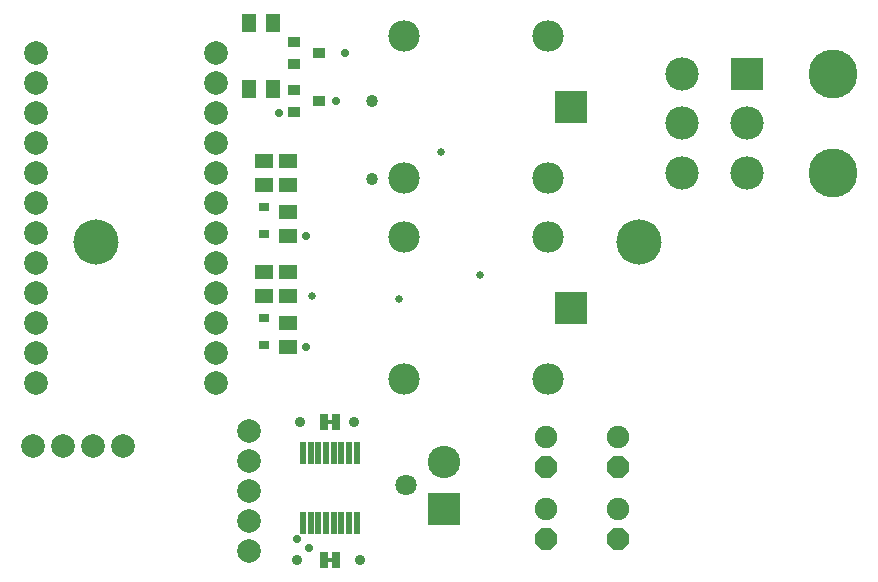
<source format=gbr>
G04 EAGLE Gerber RS-274X export*
G75*
%MOMM*%
%FSLAX34Y34*%
%LPD*%
%INSoldermask Top*%
%IPPOS*%
%AMOC8*
5,1,8,0,0,1.08239X$1,22.5*%
G01*
%ADD10C,3.827000*%
%ADD11P,2.061953X8X292.500000*%
%ADD12C,1.905000*%
%ADD13R,0.957000X0.757000*%
%ADD14R,2.832100X2.832100*%
%ADD15C,2.832100*%
%ADD16C,4.140200*%
%ADD17C,1.807000*%
%ADD18R,2.752000X2.752000*%
%ADD19C,2.752000*%
%ADD20C,2.006600*%
%ADD21R,1.527000X1.227000*%
%ADD22R,2.667000X2.667000*%
%ADD23C,2.667000*%
%ADD24R,0.482600X1.905000*%
%ADD25R,1.027000X0.927000*%
%ADD26R,1.227000X1.527000*%
%ADD27R,0.787400X1.397000*%
%ADD28C,0.889000*%
%ADD29C,0.681000*%
%ADD30C,0.731000*%
%ADD31C,1.027000*%

G36*
X395670Y140347D02*
X395670Y140347D01*
X395736Y140349D01*
X395779Y140367D01*
X395826Y140375D01*
X395883Y140409D01*
X395943Y140434D01*
X395978Y140465D01*
X396019Y140490D01*
X396061Y140541D01*
X396109Y140585D01*
X396131Y140627D01*
X396160Y140664D01*
X396181Y140726D01*
X396212Y140785D01*
X396220Y140839D01*
X396232Y140876D01*
X396231Y140916D01*
X396239Y140970D01*
X396239Y143510D01*
X396228Y143575D01*
X396226Y143641D01*
X396208Y143684D01*
X396200Y143731D01*
X396166Y143788D01*
X396141Y143848D01*
X396110Y143883D01*
X396085Y143924D01*
X396034Y143966D01*
X395990Y144014D01*
X395948Y144036D01*
X395911Y144065D01*
X395849Y144086D01*
X395790Y144117D01*
X395736Y144125D01*
X395699Y144137D01*
X395659Y144136D01*
X395605Y144144D01*
X391795Y144144D01*
X391730Y144133D01*
X391664Y144131D01*
X391621Y144113D01*
X391574Y144105D01*
X391517Y144071D01*
X391457Y144046D01*
X391422Y144015D01*
X391381Y143990D01*
X391340Y143939D01*
X391291Y143895D01*
X391269Y143853D01*
X391240Y143816D01*
X391219Y143754D01*
X391188Y143695D01*
X391180Y143641D01*
X391168Y143604D01*
X391168Y143601D01*
X391169Y143564D01*
X391161Y143510D01*
X391161Y140970D01*
X391172Y140905D01*
X391174Y140839D01*
X391192Y140796D01*
X391200Y140749D01*
X391234Y140692D01*
X391259Y140632D01*
X391290Y140597D01*
X391315Y140556D01*
X391366Y140515D01*
X391410Y140466D01*
X391452Y140444D01*
X391489Y140415D01*
X391551Y140394D01*
X391610Y140363D01*
X391664Y140355D01*
X391701Y140343D01*
X391741Y140344D01*
X391795Y140336D01*
X395605Y140336D01*
X395670Y140347D01*
G37*
G36*
X395670Y23507D02*
X395670Y23507D01*
X395736Y23509D01*
X395779Y23527D01*
X395826Y23535D01*
X395883Y23569D01*
X395943Y23594D01*
X395978Y23625D01*
X396019Y23650D01*
X396061Y23701D01*
X396109Y23745D01*
X396131Y23787D01*
X396160Y23824D01*
X396181Y23886D01*
X396212Y23945D01*
X396220Y23999D01*
X396232Y24036D01*
X396231Y24076D01*
X396239Y24130D01*
X396239Y26670D01*
X396228Y26735D01*
X396226Y26801D01*
X396208Y26844D01*
X396200Y26891D01*
X396166Y26948D01*
X396141Y27008D01*
X396110Y27043D01*
X396085Y27084D01*
X396034Y27126D01*
X395990Y27174D01*
X395948Y27196D01*
X395911Y27225D01*
X395849Y27246D01*
X395790Y27277D01*
X395736Y27285D01*
X395699Y27297D01*
X395659Y27296D01*
X395605Y27304D01*
X391795Y27304D01*
X391730Y27293D01*
X391664Y27291D01*
X391621Y27273D01*
X391574Y27265D01*
X391517Y27231D01*
X391457Y27206D01*
X391422Y27175D01*
X391381Y27150D01*
X391340Y27099D01*
X391291Y27055D01*
X391269Y27013D01*
X391240Y26976D01*
X391219Y26914D01*
X391188Y26855D01*
X391180Y26801D01*
X391168Y26764D01*
X391168Y26761D01*
X391169Y26724D01*
X391161Y26670D01*
X391161Y24130D01*
X391172Y24065D01*
X391174Y23999D01*
X391192Y23956D01*
X391200Y23909D01*
X391234Y23852D01*
X391259Y23792D01*
X391290Y23757D01*
X391315Y23716D01*
X391366Y23675D01*
X391410Y23626D01*
X391452Y23604D01*
X391489Y23575D01*
X391551Y23554D01*
X391610Y23523D01*
X391664Y23515D01*
X391701Y23503D01*
X391741Y23504D01*
X391795Y23496D01*
X395605Y23496D01*
X395670Y23507D01*
G37*
D10*
X195580Y294640D03*
X655320Y294640D03*
D11*
X576580Y43180D03*
D12*
X576580Y68580D03*
D11*
X637540Y43180D03*
D12*
X637540Y68580D03*
D11*
X576580Y104140D03*
D12*
X576580Y129540D03*
D11*
X637540Y104140D03*
D12*
X637540Y129540D03*
D13*
X337820Y323920D03*
X337820Y300920D03*
X337820Y229940D03*
X337820Y206940D03*
D14*
X746760Y436880D03*
D15*
X746760Y394970D03*
X746760Y352806D03*
X691642Y436880D03*
X691642Y394970D03*
X691642Y352806D03*
D16*
X819658Y436880D03*
X819658Y352806D03*
D17*
X458420Y88380D03*
X458420Y88380D03*
D18*
X490220Y68580D03*
D19*
X490220Y108180D03*
D20*
X325120Y134620D03*
X325120Y109220D03*
X325120Y83820D03*
X325120Y58420D03*
X325120Y33020D03*
X142240Y121920D03*
X167640Y121920D03*
X193040Y121920D03*
X218440Y121920D03*
D21*
X337820Y269080D03*
X337820Y249080D03*
X358140Y269080D03*
X358140Y249080D03*
X358140Y205900D03*
X358140Y225900D03*
X358140Y363060D03*
X358140Y343060D03*
X337820Y363060D03*
X337820Y343060D03*
X358140Y299880D03*
X358140Y319880D03*
D20*
X144780Y454660D03*
X144780Y429260D03*
X144780Y403860D03*
X144780Y378460D03*
X144780Y353060D03*
X144780Y327660D03*
X144780Y302260D03*
X144780Y276860D03*
X144780Y251460D03*
X144780Y226060D03*
X144780Y200660D03*
X144780Y175260D03*
X297180Y175260D03*
X297180Y200660D03*
X297180Y226060D03*
X297180Y251460D03*
X297180Y276860D03*
X297180Y302260D03*
X297180Y327660D03*
X297180Y353060D03*
X297180Y378460D03*
X297180Y403860D03*
X297180Y429260D03*
X297180Y454660D03*
D22*
X598280Y408890D03*
D23*
X578280Y468890D03*
X456280Y468890D03*
X456280Y348890D03*
X578280Y348890D03*
D22*
X598280Y238710D03*
D23*
X578280Y298710D03*
X456280Y298710D03*
X456280Y178710D03*
X578280Y178710D03*
D24*
X416450Y116078D03*
X409950Y116078D03*
X403450Y116078D03*
X396950Y116078D03*
X390450Y116078D03*
X383950Y116078D03*
X377450Y116078D03*
X370950Y116078D03*
X370950Y56642D03*
X377450Y56642D03*
X383950Y56642D03*
X390450Y56642D03*
X396950Y56642D03*
X403450Y56642D03*
X409950Y56642D03*
X416450Y56642D03*
D25*
X363380Y464160D03*
X363380Y445160D03*
X384380Y454660D03*
X363380Y423520D03*
X363380Y404520D03*
X384380Y414020D03*
D26*
X345280Y480060D03*
X325280Y480060D03*
X345280Y424180D03*
X325280Y424180D03*
D27*
X388493Y142240D03*
X398907Y142240D03*
X388493Y25400D03*
X398907Y25400D03*
D28*
X414020Y142240D03*
X368300Y142240D03*
X365760Y25400D03*
X419100Y25400D03*
D29*
X520700Y266700D03*
X452120Y246380D03*
X378460Y248920D03*
D30*
X350520Y403860D03*
X375920Y35560D03*
X373380Y299720D03*
X373380Y205740D03*
D29*
X487680Y370840D03*
D31*
X429260Y414020D03*
X429260Y347980D03*
D30*
X365760Y43180D03*
X406400Y454660D03*
X398780Y414020D03*
M02*

</source>
